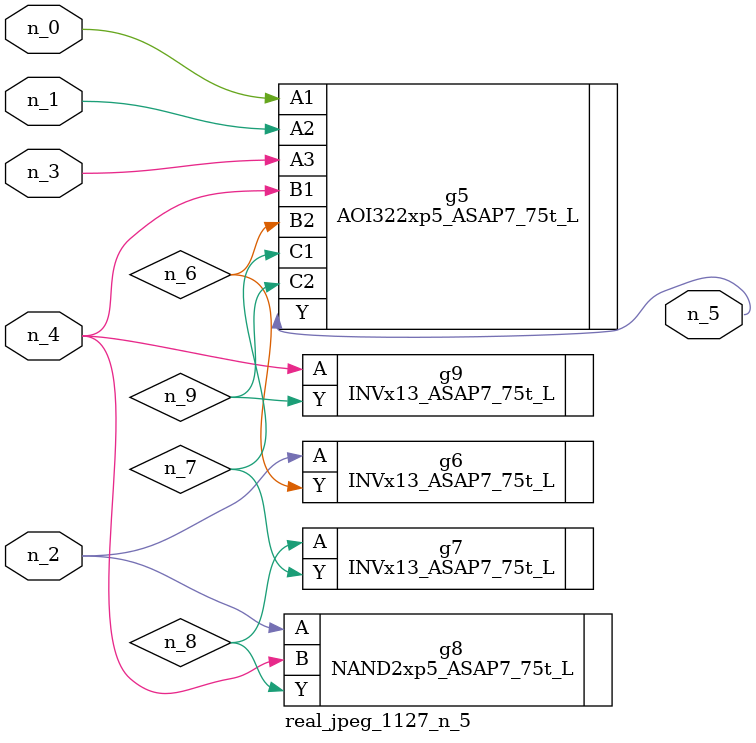
<source format=v>
module real_jpeg_1127_n_5 (n_4, n_0, n_1, n_2, n_3, n_5);

input n_4;
input n_0;
input n_1;
input n_2;
input n_3;

output n_5;

wire n_8;
wire n_6;
wire n_7;
wire n_9;

AOI322xp5_ASAP7_75t_L g5 ( 
.A1(n_0),
.A2(n_1),
.A3(n_3),
.B1(n_4),
.B2(n_6),
.C1(n_7),
.C2(n_9),
.Y(n_5)
);

INVx13_ASAP7_75t_L g6 ( 
.A(n_2),
.Y(n_6)
);

NAND2xp5_ASAP7_75t_L g8 ( 
.A(n_2),
.B(n_4),
.Y(n_8)
);

INVx13_ASAP7_75t_L g9 ( 
.A(n_4),
.Y(n_9)
);

INVx13_ASAP7_75t_L g7 ( 
.A(n_8),
.Y(n_7)
);


endmodule
</source>
